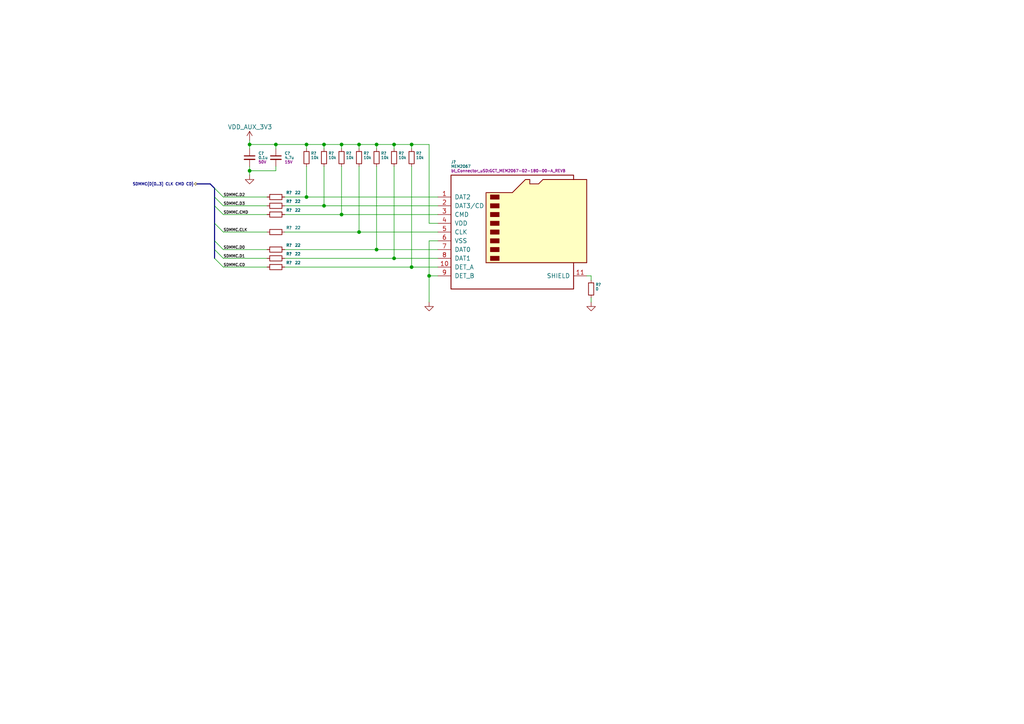
<source format=kicad_sch>
(kicad_sch (version 20211123) (generator eeschema)
  (paper "A4")
  (title_block (title "SD Card Connector") (date "2021-12-17") (rev "A") (company "Frisius"))
  (lib_symbols
    (symbol "Connector:Micro_SD_Card_Det" (pin_names (offset 1.016))
      (property "Reference" "J" (at -16.51 17.78 0))
      (property "Value" "Micro_SD_Card_Det" (at 16.51 17.78 0))
      (symbol "Micro_SD_Card_Det_0_1"
        (rectangle (start -7.62 -6.985) (end -5.08 -8.255) (fill (type outline)))
        (rectangle (start -7.62 -4.445) (end -5.08 -5.715) (fill (type outline)))
        (rectangle (start -7.62 -1.905) (end -5.08 -3.175) (fill (type outline)))
        (rectangle (start -7.62 0.635) (end -5.08 -0.635) (fill (type outline)))
        (rectangle (start -7.62 3.175) (end -5.08 1.905) (fill (type outline)))
        (rectangle (start -7.62 5.715) (end -5.08 4.445) (fill (type outline)))
        (rectangle (start -7.62 8.255) (end -5.08 6.985) (fill (type outline)))
        (rectangle (start -7.62 10.795) (end -5.08 9.525) (fill (type outline)))
        (polyline (pts (xy 16.51 15.24) (xy 16.51 16.51) (xy -19.05 16.51) (xy -19.05 -16.51) (xy 16.51 -16.51) (xy 16.51 -8.89)) (stroke (width 0.254)))
        (polyline (pts (xy -8.89 -8.89) (xy -8.89 11.43) (xy -1.27 11.43) (xy 2.54 15.24) (xy 3.81 15.24) (xy 3.81 13.97) (xy 6.35 13.97) (xy 7.62 15.24) (xy 20.32 15.24) (xy 20.32 -8.89) (xy -8.89 -8.89)) (stroke (width 0.254)) (fill (type background)))
      )
      (symbol "Micro_SD_Card_Det_1_1"
        (pin bidirectional line (at -22.86 10.16 0) (length 3.81) (name "DAT2") (number "1"))
        (pin passive line (at -22.86 -10.16 0) (length 3.81) (name "DET_A") (number "10"))
        (pin passive line (at 20.32 -12.7 180) (length 3.81) (name "SHIELD") (number "11"))
        (pin bidirectional line (at -22.86 7.62 0) (length 3.81) (name "DAT3/CD") (number "2"))
        (pin input line (at -22.86 5.08 0) (length 3.81) (name "CMD") (number "3"))
        (pin power_in line (at -22.86 2.54 0) (length 3.81) (name "VDD") (number "4"))
        (pin input line (at -22.86 0 0) (length 3.81) (name "CLK") (number "5"))
        (pin power_in line (at -22.86 -2.54 0) (length 3.81) (name "VSS") (number "6"))
        (pin bidirectional line (at -22.86 -5.08 0) (length 3.81) (name "DAT0") (number "7"))
        (pin bidirectional line (at -22.86 -7.62 0) (length 3.81) (name "DAT1") (number "8"))
        (pin passive line (at -22.86 -12.7 0) (length 3.81) (name "DET_B") (number "9"))
      )
    )
    (symbol "Device:C_Small" (pin_numbers hide) (pin_names (offset 0.254) hide)
      (property "Reference" "C" (at 0.254 1.778 0))
      (property "Value" "C_Small" (at 0.254 -2.032 0))
      (symbol "C_Small_0_1"
        (polyline (pts (xy -1.524 -0.508) (xy 1.524 -0.508)) (stroke (width 0.3302)))
        (polyline (pts (xy -1.524 0.508) (xy 1.524 0.508)) (stroke (width 0.3048)))
      )
      (symbol "C_Small_1_1"
        (pin passive line (at 0 2.54 270) (length 2.032) (name "~") (number "1"))
        (pin passive line (at 0 -2.54 90) (length 2.032) (name "~") (number "2"))
      )
    )
    (symbol "Device:R_Small" (pin_numbers hide) (pin_names (offset 0.254) hide)
      (property "Reference" "R" (at 0.762 0.508 0))
      (property "Value" "R_Small" (at 0.762 -1.016 0))
      (symbol "R_Small_0_1"
        (rectangle (start -0.762 1.778) (end 0.762 -1.778) (stroke (width 0.2032)))
      )
      (symbol "R_Small_1_1"
        (pin passive line (at 0 2.54 270) (length 0.762) (name "~") (number "1"))
        (pin passive line (at 0 -2.54 90) (length 0.762) (name "~") (number "2"))
      )
    )
    (symbol "bt_power:VDD_AUX_3V3" (power) (in_bom no) (on_board no)
      (property "Value" "VDD_AUX_3V3" (at 0.2286 3.5814 0))
      (symbol "VDD_AUX_3V3_0_1"
        (polyline (pts (xy -0.762 1.27) (xy 0 2.54)))
        (polyline (pts (xy 0 0) (xy 0 2.54)))
        (polyline (pts (xy 0 2.54) (xy 0.762 1.27)))
      )
      (symbol "VDD_AUX_3V3_1_1"
        (pin power_in line (at 0 0 90) (length 0) hide (name "VDD_AUX_3V3") (number "1"))
      )
    )
    (symbol "power:GND" (power) (pin_names (offset 0))
      (property "Value" "GND" (at 0 -3.81 0))
      (symbol "GND_0_1"
        (polyline (pts (xy 0 0) (xy 0 -1.27) (xy 1.27 -1.27) (xy 0 -2.54) (xy -1.27 -1.27) (xy 0 -1.27)))
      )
      (symbol "GND_1_1"
        (pin power_in line (at 0 0 270) (length 0) hide (name "GND") (number "1"))
      )
    )
  )
  (junction (at 109.22 72.39))
  (junction (at 99.06 62.23))
  (junction (at 109.22 41.91))
  (junction (at 93.98 41.91))
  (junction (at 119.38 77.47))
  (junction (at 88.9 57.15))
  (junction (at 124.46 80.01))
  (junction (at 99.06 41.91))
  (junction (at 114.3 74.93))
  (junction (at 104.14 41.91))
  (junction (at 72.39 49.53))
  (junction (at 80.01 41.91))
  (junction (at 72.39 41.91))
  (junction (at 114.3 41.91))
  (junction (at 119.38 41.91))
  (junction (at 93.98 59.69))
  (junction (at 88.9 41.91))
  (junction (at 104.14 67.31))
  (bus_entry (at 62.23 59.69) (size 2.54 2.54))
  (bus_entry (at 62.23 54.61) (size 2.54 2.54))
  (bus_entry (at 62.23 69.85) (size 2.54 2.54))
  (bus_entry (at 62.23 74.93) (size 2.54 2.54))
  (bus_entry (at 62.23 72.39) (size 2.54 2.54))
  (bus_entry (at 62.23 64.77) (size 2.54 2.54))
  (bus_entry (at 62.23 57.15) (size 2.54 2.54))
  (wire (pts (xy 114.3 41.91) (xy 109.22 41.91)))
  (wire (pts (xy 64.77 67.31) (xy 77.47 67.31)))
  (wire (pts (xy 124.46 41.91) (xy 124.46 64.77)))
  (wire (pts (xy 124.46 69.85) (xy 127 69.85)))
  (wire (pts (xy 72.39 41.91) (xy 80.01 41.91)))
  (wire (pts (xy 109.22 72.39) (xy 127 72.39)))
  (bus (pts (xy 62.23 69.85) (xy 62.23 72.39)))
  (wire (pts (xy 104.14 41.91) (xy 104.14 43.18)))
  (wire (pts (xy 82.55 57.15) (xy 88.9 57.15)))
  (wire (pts (xy 80.01 41.91) (xy 88.9 41.91)))
  (wire (pts (xy 99.06 48.26) (xy 99.06 62.23)))
  (wire (pts (xy 88.9 41.91) (xy 88.9 43.18)))
  (wire (pts (xy 124.46 80.01) (xy 127 80.01)))
  (wire (pts (xy 119.38 41.91) (xy 119.38 43.18)))
  (wire (pts (xy 93.98 41.91) (xy 88.9 41.91)))
  (wire (pts (xy 124.46 80.01) (xy 124.46 69.85)))
  (wire (pts (xy 80.01 49.53) (xy 80.01 48.26)))
  (wire (pts (xy 64.77 74.93) (xy 77.47 74.93)))
  (wire (pts (xy 104.14 41.91) (xy 99.06 41.91)))
  (wire (pts (xy 82.55 62.23) (xy 99.06 62.23)))
  (wire (pts (xy 82.55 77.47) (xy 119.38 77.47)))
  (wire (pts (xy 93.98 41.91) (xy 99.06 41.91)))
  (bus (pts (xy 62.23 57.15) (xy 62.23 59.69)))
  (wire (pts (xy 64.77 77.47) (xy 77.47 77.47)))
  (wire (pts (xy 127 74.93) (xy 114.3 74.93)))
  (wire (pts (xy 119.38 48.26) (xy 119.38 77.47)))
  (bus (pts (xy 62.23 64.77) (xy 62.23 69.85)))
  (wire (pts (xy 80.01 43.18) (xy 80.01 41.91)))
  (bus (pts (xy 60.96 53.34) (xy 62.23 54.61)))
  (wire (pts (xy 93.98 59.69) (xy 127 59.69)))
  (wire (pts (xy 64.77 59.69) (xy 77.47 59.69)))
  (wire (pts (xy 124.46 64.77) (xy 127 64.77)))
  (wire (pts (xy 88.9 57.15) (xy 127 57.15)))
  (wire (pts (xy 72.39 49.53) (xy 72.39 50.8)))
  (wire (pts (xy 171.45 81.28) (xy 171.45 80.01)))
  (wire (pts (xy 109.22 41.91) (xy 104.14 41.91)))
  (wire (pts (xy 124.46 87.63) (xy 124.46 80.01)))
  (wire (pts (xy 82.55 72.39) (xy 109.22 72.39)))
  (wire (pts (xy 104.14 48.26) (xy 104.14 67.31)))
  (bus (pts (xy 62.23 54.61) (xy 62.23 57.15)))
  (wire (pts (xy 82.55 59.69) (xy 93.98 59.69)))
  (wire (pts (xy 72.39 49.53) (xy 80.01 49.53)))
  (wire (pts (xy 119.38 41.91) (xy 114.3 41.91)))
  (wire (pts (xy 119.38 77.47) (xy 127 77.47)))
  (bus (pts (xy 62.23 59.69) (xy 62.23 64.77)))
  (wire (pts (xy 119.38 41.91) (xy 124.46 41.91)))
  (wire (pts (xy 99.06 62.23) (xy 127 62.23)))
  (wire (pts (xy 171.45 87.63) (xy 171.45 86.36)))
  (wire (pts (xy 114.3 41.91) (xy 114.3 43.18)))
  (wire (pts (xy 93.98 41.91) (xy 93.98 43.18)))
  (wire (pts (xy 82.55 74.93) (xy 114.3 74.93)))
  (wire (pts (xy 171.45 80.01) (xy 170.18 80.01)))
  (wire (pts (xy 72.39 43.18) (xy 72.39 41.91)))
  (wire (pts (xy 93.98 48.26) (xy 93.98 59.69)))
  (wire (pts (xy 72.39 48.26) (xy 72.39 49.53)))
  (wire (pts (xy 114.3 48.26) (xy 114.3 74.93)))
  (wire (pts (xy 88.9 48.26) (xy 88.9 57.15)))
  (wire (pts (xy 64.77 72.39) (xy 77.47 72.39)))
  (wire (pts (xy 82.55 67.31) (xy 104.14 67.31)))
  (wire (pts (xy 99.06 41.91) (xy 99.06 43.18)))
  (wire (pts (xy 72.39 41.91) (xy 72.39 40.64)))
  (bus (pts (xy 57.15 53.34) (xy 60.96 53.34)))
  (bus (pts (xy 62.23 72.39) (xy 62.23 74.93)))
  (wire (pts (xy 64.77 62.23) (xy 77.47 62.23)))
  (wire (pts (xy 104.14 67.31) (xy 127 67.31)))
  (wire (pts (xy 64.77 57.15) (xy 77.47 57.15)))
  (wire (pts (xy 109.22 41.91) (xy 109.22 43.18)))
  (wire (pts (xy 109.22 48.26) (xy 109.22 72.39)))
  (label "SDMMC.CMD" (at 64.77 62.23 0) (effects (font (size 0.8 0.8))))
  (label "SDMMC.CD" (at 64.77 77.47 0) (effects (font (size 0.8 0.8))))
  (label "SDMMC.CLK" (at 64.77 67.31 0) (effects (font (size 0.8 0.8))))
  (label "SDMMC.D1" (at 64.77 74.93 0) (effects (font (size 0.8 0.8))))
  (label "SDMMC.D2" (at 64.77 57.15 0) (effects (font (size 0.8 0.8))))
  (label "SDMMC.D3" (at 64.77 59.69 0) (effects (font (size 0.8 0.8))))
  (label "SDMMC.D0" (at 64.77 72.39 0) (effects (font (size 0.8 0.8))))
  (hierarchical_label "SDMMC{D[0..3] CLK CMD CD}" (shape bidirectional) (at 57.15 53.34 180) (effects (font (size 0.8 0.8))))
  (symbol (lib_id "Device:R_Small") (at 80.01 57.15 90) (unit 1)
    (property "Reference" "R?" (at 83.82 55.88 90) (effects (font (size 0.8 0.8))))
    (property "Value" "22" (at 86.36 55.88 90) (effects (font (size 0.8 0.8))))
    (property "Footprint" "Resistor_SMD:R_0603_1608Metric" (effects hide))
  )
  (symbol (lib_id "Device:R_Small") (at 80.01 77.47 90) (unit 1)
    (property "Reference" "R?" (at 83.82 76.2 90) (effects (font (size 0.8 0.8))))
    (property "Value" "22" (at 86.36 76.2 90) (effects (font (size 0.8 0.8))))
    (property "Footprint" "Resistor_SMD:R_0603_1608Metric" (effects hide))
  )
  (symbol (lib_id "Device:R_Small") (at 88.9 45.72 180) (unit 1)
    (property "Reference" "R?" (at 90.17 44.45 0) (effects (font (size 0.8 0.8)) (justify right)))
    (property "Value" "10k" (at 90.17 45.72 0) (effects (font (size 0.8 0.8)) (justify right)))
    (property "Footprint" "Resistor_SMD:R_0603_1608Metric" (effects hide))
  )
  (symbol (lib_id "Device:C_Small") (at 80.01 45.72 0) (unit 1)
    (property "Reference" "C?" (at 82.55 44.45 0) (effects (font (size 0.8 0.8)) (justify left)))
    (property "Value" "4.7u" (at 82.55 45.72 0) (effects (font (size 0.8 0.8)) (justify left)))
    (property "Footprint" "Capacitor_SMD:C_0603_1608Metric" (effects hide))
    (property "Voltage" "15V" (at 82.55 46.99 0) (effects (font (size 0.8 0.8)) (justify left)))
  )
  (symbol (lib_id "bt_power:VDD_AUX_3V3") (at 72.39 40.64 0) (unit 1) (in_bom no) (on_board no)
    (property "Reference" "U?" (effects hide))
    (property "Value" "VDD_AUX_3V3" (at 66.04 36.83 0) (effects (justify left)))
  )
  (symbol (lib_id "Device:R_Small") (at 99.06 45.72 180) (unit 1)
    (property "Reference" "R?" (at 100.33 44.45 0) (effects (font (size 0.8 0.8)) (justify right)))
    (property "Value" "10k" (at 100.33 45.72 0) (effects (font (size 0.8 0.8)) (justify right)))
    (property "Footprint" "Resistor_SMD:R_0603_1608Metric" (effects hide))
  )
  (symbol (lib_id "Device:R_Small") (at 171.45 83.82 0) (unit 1) (in_bom no)
    (property "Reference" "R?" (at 172.72 82.55 0) (effects (font (size 0.8 0.8)) (justify left)))
    (property "Value" "0" (at 172.72 83.82 0) (effects (font (size 0.8 0.8)) (justify left)))
    (property "Footprint" "Resistor_SMD:R_0603_1608Metric" (effects hide))
  )
  (symbol (lib_id "power:GND") (at 124.46 87.63 0) (unit 1)
    (property "Reference" "#PWR?" (effects hide))
    (property "Value" "GND" (effects hide))
  )
  (symbol (lib_id "Device:R_Small") (at 80.01 59.69 90) (unit 1)
    (property "Reference" "R?" (at 83.82 58.42 90) (effects (font (size 0.8 0.8))))
    (property "Value" "22" (at 86.36 58.42 90) (effects (font (size 0.8 0.8))))
    (property "Footprint" "Resistor_SMD:R_0603_1608Metric" (effects hide))
  )
  (symbol (lib_id "Device:R_Small") (at 93.98 45.72 180) (unit 1)
    (property "Reference" "R?" (at 95.25 44.45 0) (effects (font (size 0.8 0.8)) (justify right)))
    (property "Value" "10k" (at 95.25 45.72 0) (effects (font (size 0.8 0.8)) (justify right)))
    (property "Footprint" "Resistor_SMD:R_0603_1608Metric" (effects hide))
  )
  (symbol (lib_id "Device:R_Small") (at 80.01 72.39 90) (unit 1)
    (property "Reference" "R?" (at 83.82 71.12 90) (effects (font (size 0.8 0.8))))
    (property "Value" "22" (at 86.36 71.12 90) (effects (font (size 0.8 0.8))))
    (property "Footprint" "Resistor_SMD:R_0603_1608Metric" (effects hide))
  )
  (symbol (lib_id "Device:R_Small") (at 80.01 62.23 90) (unit 1)
    (property "Reference" "R?" (at 83.82 60.96 90) (effects (font (size 0.8 0.8))))
    (property "Value" "22" (at 86.36 60.96 90) (effects (font (size 0.8 0.8))))
    (property "Footprint" "Resistor_SMD:R_0603_1608Metric" (effects hide))
  )
  (symbol (lib_id "Device:R_Small") (at 114.3 45.72 180) (unit 1)
    (property "Reference" "R?" (at 115.57 44.45 0) (effects (font (size 0.8 0.8)) (justify right)))
    (property "Value" "10k" (at 115.57 45.72 0) (effects (font (size 0.8 0.8)) (justify right)))
    (property "Footprint" "Resistor_SMD:R_0603_1608Metric" (effects hide))
  )
  (symbol (lib_id "Device:R_Small") (at 80.01 67.31 90) (unit 1)
    (property "Reference" "R?" (at 83.82 66.04 90) (effects (font (size 0.8 0.8))))
    (property "Value" "22" (at 86.36 66.04 90) (effects (font (size 0.8 0.8))))
    (property "Footprint" "Resistor_SMD:R_0603_1608Metric" (effects hide))
  )
  (symbol (lib_id "Device:R_Small") (at 104.14 45.72 180) (unit 1)
    (property "Reference" "R?" (at 105.41 44.45 0) (effects (font (size 0.8 0.8)) (justify right)))
    (property "Value" "10k" (at 105.41 45.72 0) (effects (font (size 0.8 0.8)) (justify right)))
    (property "Footprint" "Resistor_SMD:R_0603_1608Metric" (effects hide))
  )
  (symbol (lib_id "power:GND") (at 72.39 50.8 0) (mirror y) (unit 1)
    (property "Reference" "#PWR?" (effects hide))
    (property "Value" "GND" (effects hide))
  )
  (symbol (lib_id "Device:R_Small") (at 80.01 74.93 90) (unit 1)
    (property "Reference" "R?" (at 83.82 73.66 90) (effects (font (size 0.8 0.8))))
    (property "Value" "22" (at 86.36 73.66 90) (effects (font (size 0.8 0.8))))
    (property "Footprint" "Resistor_SMD:R_0603_1608Metric" (effects hide))
  )
  (symbol (lib_id "power:GND") (at 171.45 87.63 0) (unit 1)
    (property "Reference" "#PWR?" (effects hide))
    (property "Value" "GND" (effects hide))
  )
  (symbol (lib_id "Device:R_Small") (at 109.22 45.72 180) (unit 1)
    (property "Reference" "R?" (at 110.49 44.45 0) (effects (font (size 0.8 0.8)) (justify right)))
    (property "Value" "10k" (at 110.49 45.72 0) (effects (font (size 0.8 0.8)) (justify right)))
    (property "Footprint" "Resistor_SMD:R_0603_1608Metric" (effects hide))
  )
  (symbol (lib_id "Device:R_Small") (at 119.38 45.72 180) (unit 1)
    (property "Reference" "R?" (at 120.65 44.45 0) (effects (font (size 0.8 0.8)) (justify right)))
    (property "Value" "10k" (at 120.65 45.72 0) (effects (font (size 0.8 0.8)) (justify right)))
    (property "Footprint" "Resistor_SMD:R_0603_1608Metric" (effects hide))
  )
  (symbol (lib_id "Device:C_Small") (at 72.39 45.72 0) (unit 1)
    (property "Reference" "C?" (at 74.93 44.45 0) (effects (font (size 0.8 0.8)) (justify left)))
    (property "Value" "0.1u" (at 74.93 45.72 0) (effects (font (size 0.8 0.8)) (justify left)))
    (property "Footprint" "Capacitor_SMD:C_0603_1608Metric" (effects hide))
    (property "Voltage" "50V" (at 74.93 46.99 0) (effects (font (size 0.8 0.8)) (justify left)))
  )
  (symbol (lib_id "Connector:Micro_SD_Card_Det") (at 149.86 67.31 0) (unit 1)
    (property "Reference" "J?" (at 130.81 46.99 0) (effects (font (size 0.8 0.8)) (justify left)))
    (property "Value" "MEM2067" (at 130.81 48.26 0) (effects (font (size 0.8 0.8)) (justify left)))
    (property "Footprint" "bt_Connector_uSD:GCT_MEM2067-02-180-00-A_REVB" (at 130.81 49.53 0) (effects (font (size 0.8 0.8)) (justify left)))
    (property "Datasheet" "https://www.hirose.com/product/en/download_file/key_name/DM3/category/Catalog/doc_file_id/49662/?file_category_id=4&item_id=195&is_series=1" (effects hide))
  )
)
</source>
